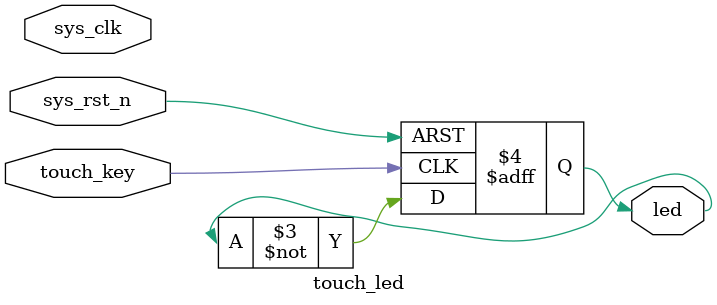
<source format=v>
module touch_led (
    input       sys_clk,
    input       sys_rst_n,
    input       touch_key,
    output reg  led
);

//打拍
reg touch_key_d0;
reg touch_key_d1;

//按键上升沿
wire pos_touch_key;

always @(posedge touch_key or negedge sys_rst_n) begin
    if(!sys_rst_n)
        led <= 1'b0;
    else
        led <= ~led;
end


// //组合逻辑 使用assign
// //采上升沿
// assign pos_touch_key = ~touch_key_d1 & touch_key_d0;

// //打两拍
// always @(posedge sys_clk or negedge sys_rst_n) begin
//     if(!sys_rst_n) begin
//         touch_key_d0 <= 1'b0;
//         touch_key_d1 <= 1'b0;
//     end
//     else begin
//         touch_key_d0 <= touch_key;
//         touch_key_d1 <= touch_key_d0;
//     end
// end

// //LED信号翻转
// always @(posedge sys_clk or negedge sys_rst_n) begin
//     if(!sys_rst_n) begin
//         led <= 1'b1;
//     end
//     else if(pos_touch_key) begin
//         led <= ~led;
//     end
//     else
//         led <= led;
// end
    
endmodule
</source>
